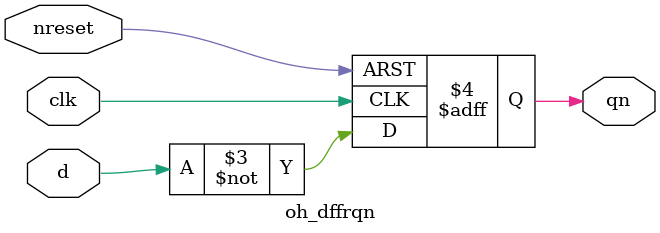
<source format=v>


module oh_dffrqn #(parameter DW = 1) // array width
   (
    input [DW-1:0] 	d,
    input [DW-1:0] 	clk,
    input [DW-1:0] 	nreset,
    output reg [DW-1:0] qn
    );
   
   always @ (posedge clk or negedge nreset)
     if(!nreset)
       qn <= {DW{1'b1}};
     else
       qn <= ~d;
   
endmodule

</source>
